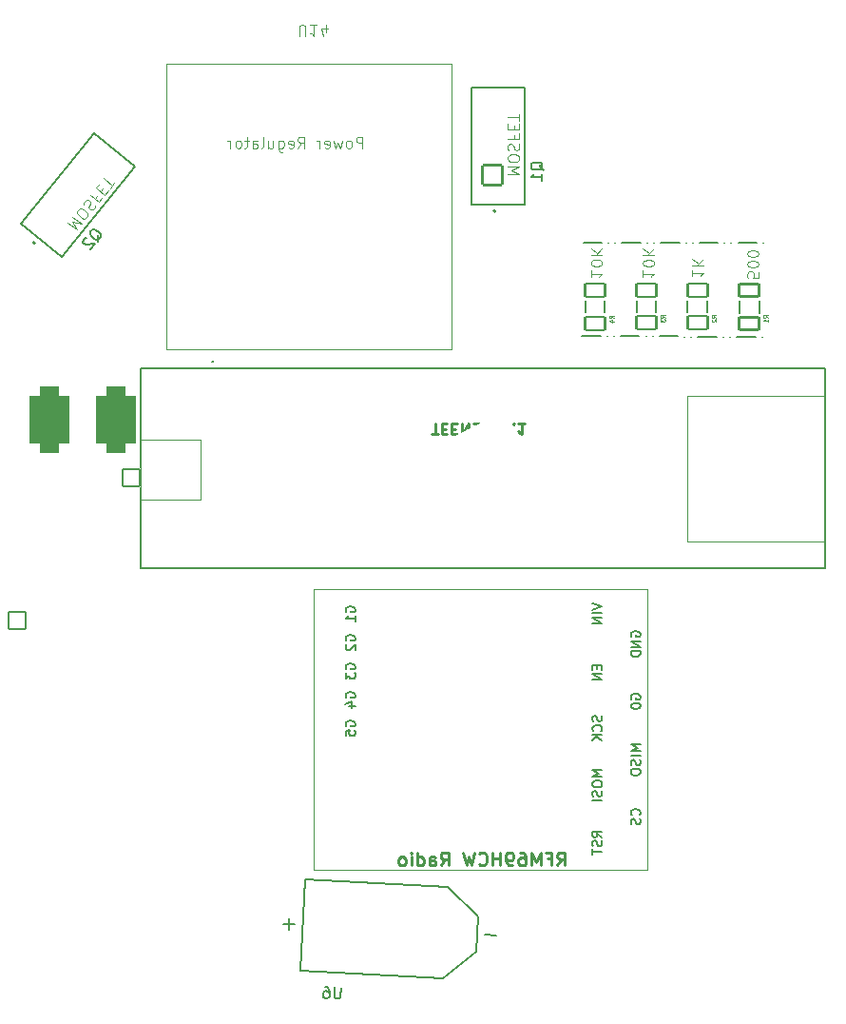
<source format=gbo>
%TF.GenerationSoftware,KiCad,Pcbnew,7.0.9*%
%TF.CreationDate,2024-01-17T22:54:14-05:00*%
%TF.ProjectId,payload24,7061796c-6f61-4643-9234-2e6b69636164,2*%
%TF.SameCoordinates,Original*%
%TF.FileFunction,Legend,Bot*%
%TF.FilePolarity,Positive*%
%FSLAX46Y46*%
G04 Gerber Fmt 4.6, Leading zero omitted, Abs format (unit mm)*
G04 Created by KiCad (PCBNEW 7.0.9) date 2024-01-17 22:54:14*
%MOMM*%
%LPD*%
G01*
G04 APERTURE LIST*
G04 Aperture macros list*
%AMRoundRect*
0 Rectangle with rounded corners*
0 $1 Rounding radius*
0 $2 $3 $4 $5 $6 $7 $8 $9 X,Y pos of 4 corners*
0 Add a 4 corners polygon primitive as box body*
4,1,4,$2,$3,$4,$5,$6,$7,$8,$9,$2,$3,0*
0 Add four circle primitives for the rounded corners*
1,1,$1+$1,$2,$3*
1,1,$1+$1,$4,$5*
1,1,$1+$1,$6,$7*
1,1,$1+$1,$8,$9*
0 Add four rect primitives between the rounded corners*
20,1,$1+$1,$2,$3,$4,$5,0*
20,1,$1+$1,$4,$5,$6,$7,0*
20,1,$1+$1,$6,$7,$8,$9,0*
20,1,$1+$1,$8,$9,$2,$3,0*%
G04 Aperture macros list end*
%ADD10C,0.150000*%
%ADD11C,0.100000*%
%ADD12C,0.098425*%
%ADD13C,0.152400*%
%ADD14C,0.223520*%
%ADD15C,0.254000*%
%ADD16C,0.250000*%
%ADD17C,0.127000*%
%ADD18C,0.200000*%
%ADD19C,1.879600*%
%ADD20C,3.101600*%
%ADD21C,1.905000*%
%ADD22RoundRect,0.875000X0.875000X-2.125000X0.875000X2.125000X-0.875000X2.125000X-0.875000X-2.125000X0*%
%ADD23C,6.204000*%
%ADD24RoundRect,0.102000X1.381269X4.011496X-4.011496X1.381269X-1.381269X-4.011496X4.011496X-1.381269X0*%
%ADD25RoundRect,0.102000X-0.754000X0.754000X-0.754000X-0.754000X0.754000X-0.754000X0.754000X0.754000X0*%
%ADD26C,1.712000*%
%ADD27C,2.032000*%
%ADD28RoundRect,0.102000X0.885000X-0.615000X0.885000X0.615000X-0.885000X0.615000X-0.885000X-0.615000X0*%
%ADD29C,1.300000*%
%ADD30RoundRect,0.102000X-3.152896X-2.838881X2.838881X-3.152896X3.152896X2.838881X-2.838881X3.152896X0*%
%ADD31RoundRect,0.102000X0.129717X-1.234174X1.234174X0.129717X-0.129717X1.234174X-1.234174X-0.129717X0*%
%ADD32C,1.959000*%
%ADD33C,1.665000*%
%ADD34RoundRect,0.102000X0.877500X-0.877500X0.877500X0.877500X-0.877500X0.877500X-0.877500X-0.877500X0*%
%ADD35RoundRect,0.102000X0.885000X-0.565000X0.885000X0.565000X-0.885000X0.565000X-0.885000X-0.565000X0*%
G04 APERTURE END LIST*
D10*
X79999638Y-46568585D02*
X81649638Y-46569739D01*
X82249637Y-46570159D02*
X82249637Y-46570159D01*
X82849637Y-46570578D02*
X82849637Y-46570578D01*
X83449637Y-46570998D02*
X85099637Y-46572152D01*
X85699637Y-46572571D02*
X85699637Y-46572571D01*
X86299636Y-46572991D02*
X86299636Y-46572991D01*
X86899636Y-46573411D02*
X88549636Y-46574565D01*
X89149636Y-46574984D02*
X89149636Y-46574984D01*
X89749636Y-46575404D02*
X89749636Y-46575404D01*
X90349635Y-46575824D02*
X91999635Y-46576977D01*
X92599635Y-46577397D02*
X92599635Y-46577397D01*
X93199635Y-46577817D02*
X93199635Y-46577817D01*
X93799635Y-46578236D02*
X95449634Y-46579390D01*
X96049634Y-46579810D02*
X96049634Y-46579810D01*
X80116762Y-38195473D02*
X81766762Y-38196627D01*
X82366761Y-38197047D02*
X82366761Y-38197047D01*
X82966761Y-38197466D02*
X82966761Y-38197466D01*
X83566761Y-38197886D02*
X85216761Y-38199040D01*
X85816761Y-38199459D02*
X85816761Y-38199459D01*
X86416760Y-38199879D02*
X86416760Y-38199879D01*
X87016760Y-38200299D02*
X88666760Y-38201453D01*
X89266760Y-38201872D02*
X89266760Y-38201872D01*
X89866760Y-38202292D02*
X89866760Y-38202292D01*
X90466759Y-38202712D02*
X92116759Y-38203865D01*
X92716759Y-38204285D02*
X92716759Y-38204285D01*
X93316759Y-38204705D02*
X93316759Y-38204705D01*
X93916759Y-38205124D02*
X95566758Y-38206278D01*
X96166758Y-38206698D02*
X96166758Y-38206698D01*
D11*
X54803169Y-19856859D02*
X54803169Y-19047336D01*
X54803169Y-19047336D02*
X54850788Y-18952098D01*
X54850788Y-18952098D02*
X54898407Y-18904479D01*
X54898407Y-18904479D02*
X54993645Y-18856859D01*
X54993645Y-18856859D02*
X55184121Y-18856859D01*
X55184121Y-18856859D02*
X55279359Y-18904479D01*
X55279359Y-18904479D02*
X55326978Y-18952098D01*
X55326978Y-18952098D02*
X55374597Y-19047336D01*
X55374597Y-19047336D02*
X55374597Y-19856859D01*
X56374597Y-18856859D02*
X55803169Y-18856859D01*
X56088883Y-18856859D02*
X56088883Y-19856859D01*
X56088883Y-19856859D02*
X55993645Y-19714002D01*
X55993645Y-19714002D02*
X55898407Y-19618764D01*
X55898407Y-19618764D02*
X55803169Y-19571145D01*
X57231740Y-19523526D02*
X57231740Y-18856859D01*
X56993645Y-19904479D02*
X56755550Y-19190193D01*
X56755550Y-19190193D02*
X57374597Y-19190193D01*
D12*
X87402782Y-44916643D02*
X87215306Y-44785409D01*
X87402782Y-44691671D02*
X87009081Y-44691671D01*
X87009081Y-44691671D02*
X87009081Y-44841652D01*
X87009081Y-44841652D02*
X87027829Y-44879148D01*
X87027829Y-44879148D02*
X87046577Y-44897895D01*
X87046577Y-44897895D02*
X87084072Y-44916643D01*
X87084072Y-44916643D02*
X87140315Y-44916643D01*
X87140315Y-44916643D02*
X87177810Y-44897895D01*
X87177810Y-44897895D02*
X87196558Y-44879148D01*
X87196558Y-44879148D02*
X87215306Y-44841652D01*
X87215306Y-44841652D02*
X87215306Y-44691671D01*
X87009081Y-45047877D02*
X87009081Y-45291596D01*
X87009081Y-45291596D02*
X87159063Y-45160363D01*
X87159063Y-45160363D02*
X87159063Y-45216606D01*
X87159063Y-45216606D02*
X87177810Y-45254101D01*
X87177810Y-45254101D02*
X87196558Y-45272849D01*
X87196558Y-45272849D02*
X87234053Y-45291596D01*
X87234053Y-45291596D02*
X87327792Y-45291596D01*
X87327792Y-45291596D02*
X87365287Y-45272849D01*
X87365287Y-45272849D02*
X87384035Y-45254101D01*
X87384035Y-45254101D02*
X87402782Y-45216606D01*
X87402782Y-45216606D02*
X87402782Y-45104120D01*
X87402782Y-45104120D02*
X87384035Y-45066624D01*
X87384035Y-45066624D02*
X87365287Y-45047877D01*
D11*
X85428107Y-40718518D02*
X85428107Y-41289946D01*
X85428107Y-41004232D02*
X86428107Y-41004232D01*
X86428107Y-41004232D02*
X86285250Y-41099470D01*
X86285250Y-41099470D02*
X86190012Y-41194708D01*
X86190012Y-41194708D02*
X86142393Y-41289946D01*
X86428107Y-40099470D02*
X86428107Y-40004232D01*
X86428107Y-40004232D02*
X86380488Y-39908994D01*
X86380488Y-39908994D02*
X86332869Y-39861375D01*
X86332869Y-39861375D02*
X86237631Y-39813756D01*
X86237631Y-39813756D02*
X86047155Y-39766137D01*
X86047155Y-39766137D02*
X85809060Y-39766137D01*
X85809060Y-39766137D02*
X85618584Y-39813756D01*
X85618584Y-39813756D02*
X85523346Y-39861375D01*
X85523346Y-39861375D02*
X85475727Y-39908994D01*
X85475727Y-39908994D02*
X85428107Y-40004232D01*
X85428107Y-40004232D02*
X85428107Y-40099470D01*
X85428107Y-40099470D02*
X85475727Y-40194708D01*
X85475727Y-40194708D02*
X85523346Y-40242327D01*
X85523346Y-40242327D02*
X85618584Y-40289946D01*
X85618584Y-40289946D02*
X85809060Y-40337565D01*
X85809060Y-40337565D02*
X86047155Y-40337565D01*
X86047155Y-40337565D02*
X86237631Y-40289946D01*
X86237631Y-40289946D02*
X86332869Y-40242327D01*
X86332869Y-40242327D02*
X86380488Y-40194708D01*
X86380488Y-40194708D02*
X86428107Y-40099470D01*
X85428107Y-39337565D02*
X86428107Y-39337565D01*
X85428107Y-38766137D02*
X85999536Y-39194708D01*
X86428107Y-38766137D02*
X85856679Y-39337565D01*
D13*
X58990694Y-81245966D02*
X58949570Y-81163719D01*
X58949570Y-81163719D02*
X58949570Y-81040347D01*
X58949570Y-81040347D02*
X58990694Y-80916976D01*
X58990694Y-80916976D02*
X59072942Y-80834728D01*
X59072942Y-80834728D02*
X59155189Y-80793605D01*
X59155189Y-80793605D02*
X59319685Y-80752481D01*
X59319685Y-80752481D02*
X59443056Y-80752481D01*
X59443056Y-80752481D02*
X59607551Y-80793605D01*
X59607551Y-80793605D02*
X59689799Y-80834728D01*
X59689799Y-80834728D02*
X59772047Y-80916976D01*
X59772047Y-80916976D02*
X59813170Y-81040347D01*
X59813170Y-81040347D02*
X59813170Y-81122595D01*
X59813170Y-81122595D02*
X59772047Y-81245966D01*
X59772047Y-81245966D02*
X59730923Y-81287090D01*
X59730923Y-81287090D02*
X59443056Y-81287090D01*
X59443056Y-81287090D02*
X59443056Y-81122595D01*
X58949570Y-82068443D02*
X58949570Y-81657205D01*
X58949570Y-81657205D02*
X59360808Y-81616081D01*
X59360808Y-81616081D02*
X59319685Y-81657205D01*
X59319685Y-81657205D02*
X59278561Y-81739452D01*
X59278561Y-81739452D02*
X59278561Y-81945071D01*
X59278561Y-81945071D02*
X59319685Y-82027319D01*
X59319685Y-82027319D02*
X59360808Y-82068443D01*
X59360808Y-82068443D02*
X59443056Y-82109566D01*
X59443056Y-82109566D02*
X59648675Y-82109566D01*
X59648675Y-82109566D02*
X59730923Y-82068443D01*
X59730923Y-82068443D02*
X59772047Y-82027319D01*
X59772047Y-82027319D02*
X59813170Y-81945071D01*
X59813170Y-81945071D02*
X59813170Y-81739452D01*
X59813170Y-81739452D02*
X59772047Y-81657205D01*
X59772047Y-81657205D02*
X59730923Y-81616081D01*
X58990694Y-78705966D02*
X58949570Y-78623719D01*
X58949570Y-78623719D02*
X58949570Y-78500347D01*
X58949570Y-78500347D02*
X58990694Y-78376976D01*
X58990694Y-78376976D02*
X59072942Y-78294728D01*
X59072942Y-78294728D02*
X59155189Y-78253605D01*
X59155189Y-78253605D02*
X59319685Y-78212481D01*
X59319685Y-78212481D02*
X59443056Y-78212481D01*
X59443056Y-78212481D02*
X59607551Y-78253605D01*
X59607551Y-78253605D02*
X59689799Y-78294728D01*
X59689799Y-78294728D02*
X59772047Y-78376976D01*
X59772047Y-78376976D02*
X59813170Y-78500347D01*
X59813170Y-78500347D02*
X59813170Y-78582595D01*
X59813170Y-78582595D02*
X59772047Y-78705966D01*
X59772047Y-78705966D02*
X59730923Y-78747090D01*
X59730923Y-78747090D02*
X59443056Y-78747090D01*
X59443056Y-78747090D02*
X59443056Y-78582595D01*
X59237437Y-79487319D02*
X59813170Y-79487319D01*
X58908447Y-79281700D02*
X59525304Y-79076081D01*
X59525304Y-79076081D02*
X59525304Y-79610690D01*
X58990695Y-76165966D02*
X58949571Y-76083719D01*
X58949571Y-76083719D02*
X58949571Y-75960347D01*
X58949571Y-75960347D02*
X58990695Y-75836976D01*
X58990695Y-75836976D02*
X59072943Y-75754728D01*
X59072943Y-75754728D02*
X59155190Y-75713605D01*
X59155190Y-75713605D02*
X59319686Y-75672481D01*
X59319686Y-75672481D02*
X59443057Y-75672481D01*
X59443057Y-75672481D02*
X59607552Y-75713605D01*
X59607552Y-75713605D02*
X59689800Y-75754728D01*
X59689800Y-75754728D02*
X59772048Y-75836976D01*
X59772048Y-75836976D02*
X59813171Y-75960347D01*
X59813171Y-75960347D02*
X59813171Y-76042595D01*
X59813171Y-76042595D02*
X59772048Y-76165966D01*
X59772048Y-76165966D02*
X59730924Y-76207090D01*
X59730924Y-76207090D02*
X59443057Y-76207090D01*
X59443057Y-76207090D02*
X59443057Y-76042595D01*
X58949571Y-76494957D02*
X58949571Y-77029566D01*
X58949571Y-77029566D02*
X59278562Y-76741700D01*
X59278562Y-76741700D02*
X59278562Y-76865071D01*
X59278562Y-76865071D02*
X59319686Y-76947319D01*
X59319686Y-76947319D02*
X59360809Y-76988443D01*
X59360809Y-76988443D02*
X59443057Y-77029566D01*
X59443057Y-77029566D02*
X59648676Y-77029566D01*
X59648676Y-77029566D02*
X59730924Y-76988443D01*
X59730924Y-76988443D02*
X59772048Y-76947319D01*
X59772048Y-76947319D02*
X59813171Y-76865071D01*
X59813171Y-76865071D02*
X59813171Y-76618328D01*
X59813171Y-76618328D02*
X59772048Y-76536081D01*
X59772048Y-76536081D02*
X59730924Y-76494957D01*
D14*
X77811178Y-93646275D02*
X78202338Y-93087475D01*
X78481738Y-93646275D02*
X78481738Y-92472795D01*
X78481738Y-92472795D02*
X78034698Y-92472795D01*
X78034698Y-92472795D02*
X77922938Y-92528675D01*
X77922938Y-92528675D02*
X77867058Y-92584555D01*
X77867058Y-92584555D02*
X77811178Y-92696315D01*
X77811178Y-92696315D02*
X77811178Y-92863955D01*
X77811178Y-92863955D02*
X77867058Y-92975715D01*
X77867058Y-92975715D02*
X77922938Y-93031595D01*
X77922938Y-93031595D02*
X78034698Y-93087475D01*
X78034698Y-93087475D02*
X78481738Y-93087475D01*
X76917098Y-93031595D02*
X77308258Y-93031595D01*
X77308258Y-93646275D02*
X77308258Y-92472795D01*
X77308258Y-92472795D02*
X76749458Y-92472795D01*
X76302418Y-93646275D02*
X76302418Y-92472795D01*
X76302418Y-92472795D02*
X75911258Y-93310995D01*
X75911258Y-93310995D02*
X75520098Y-92472795D01*
X75520098Y-92472795D02*
X75520098Y-93646275D01*
X74458378Y-92472795D02*
X74681898Y-92472795D01*
X74681898Y-92472795D02*
X74793658Y-92528675D01*
X74793658Y-92528675D02*
X74849538Y-92584555D01*
X74849538Y-92584555D02*
X74961298Y-92752195D01*
X74961298Y-92752195D02*
X75017178Y-92975715D01*
X75017178Y-92975715D02*
X75017178Y-93422755D01*
X75017178Y-93422755D02*
X74961298Y-93534515D01*
X74961298Y-93534515D02*
X74905418Y-93590395D01*
X74905418Y-93590395D02*
X74793658Y-93646275D01*
X74793658Y-93646275D02*
X74570138Y-93646275D01*
X74570138Y-93646275D02*
X74458378Y-93590395D01*
X74458378Y-93590395D02*
X74402498Y-93534515D01*
X74402498Y-93534515D02*
X74346618Y-93422755D01*
X74346618Y-93422755D02*
X74346618Y-93143355D01*
X74346618Y-93143355D02*
X74402498Y-93031595D01*
X74402498Y-93031595D02*
X74458378Y-92975715D01*
X74458378Y-92975715D02*
X74570138Y-92919835D01*
X74570138Y-92919835D02*
X74793658Y-92919835D01*
X74793658Y-92919835D02*
X74905418Y-92975715D01*
X74905418Y-92975715D02*
X74961298Y-93031595D01*
X74961298Y-93031595D02*
X75017178Y-93143355D01*
X73787818Y-93646275D02*
X73564298Y-93646275D01*
X73564298Y-93646275D02*
X73452538Y-93590395D01*
X73452538Y-93590395D02*
X73396658Y-93534515D01*
X73396658Y-93534515D02*
X73284898Y-93366875D01*
X73284898Y-93366875D02*
X73229018Y-93143355D01*
X73229018Y-93143355D02*
X73229018Y-92696315D01*
X73229018Y-92696315D02*
X73284898Y-92584555D01*
X73284898Y-92584555D02*
X73340778Y-92528675D01*
X73340778Y-92528675D02*
X73452538Y-92472795D01*
X73452538Y-92472795D02*
X73676058Y-92472795D01*
X73676058Y-92472795D02*
X73787818Y-92528675D01*
X73787818Y-92528675D02*
X73843698Y-92584555D01*
X73843698Y-92584555D02*
X73899578Y-92696315D01*
X73899578Y-92696315D02*
X73899578Y-92975715D01*
X73899578Y-92975715D02*
X73843698Y-93087475D01*
X73843698Y-93087475D02*
X73787818Y-93143355D01*
X73787818Y-93143355D02*
X73676058Y-93199235D01*
X73676058Y-93199235D02*
X73452538Y-93199235D01*
X73452538Y-93199235D02*
X73340778Y-93143355D01*
X73340778Y-93143355D02*
X73284898Y-93087475D01*
X73284898Y-93087475D02*
X73229018Y-92975715D01*
X72726098Y-93646275D02*
X72726098Y-92472795D01*
X72726098Y-93031595D02*
X72055538Y-93031595D01*
X72055538Y-93646275D02*
X72055538Y-92472795D01*
X70826178Y-93534515D02*
X70882058Y-93590395D01*
X70882058Y-93590395D02*
X71049698Y-93646275D01*
X71049698Y-93646275D02*
X71161458Y-93646275D01*
X71161458Y-93646275D02*
X71329098Y-93590395D01*
X71329098Y-93590395D02*
X71440858Y-93478635D01*
X71440858Y-93478635D02*
X71496738Y-93366875D01*
X71496738Y-93366875D02*
X71552618Y-93143355D01*
X71552618Y-93143355D02*
X71552618Y-92975715D01*
X71552618Y-92975715D02*
X71496738Y-92752195D01*
X71496738Y-92752195D02*
X71440858Y-92640435D01*
X71440858Y-92640435D02*
X71329098Y-92528675D01*
X71329098Y-92528675D02*
X71161458Y-92472795D01*
X71161458Y-92472795D02*
X71049698Y-92472795D01*
X71049698Y-92472795D02*
X70882058Y-92528675D01*
X70882058Y-92528675D02*
X70826178Y-92584555D01*
X70435018Y-92472795D02*
X70155618Y-93646275D01*
X70155618Y-93646275D02*
X69932098Y-92808075D01*
X69932098Y-92808075D02*
X69708578Y-93646275D01*
X69708578Y-93646275D02*
X69429178Y-92472795D01*
X67417498Y-93646275D02*
X67808658Y-93087475D01*
X68088058Y-93646275D02*
X68088058Y-92472795D01*
X68088058Y-92472795D02*
X67641018Y-92472795D01*
X67641018Y-92472795D02*
X67529258Y-92528675D01*
X67529258Y-92528675D02*
X67473378Y-92584555D01*
X67473378Y-92584555D02*
X67417498Y-92696315D01*
X67417498Y-92696315D02*
X67417498Y-92863955D01*
X67417498Y-92863955D02*
X67473378Y-92975715D01*
X67473378Y-92975715D02*
X67529258Y-93031595D01*
X67529258Y-93031595D02*
X67641018Y-93087475D01*
X67641018Y-93087475D02*
X68088058Y-93087475D01*
X66411658Y-93646275D02*
X66411658Y-93031595D01*
X66411658Y-93031595D02*
X66467538Y-92919835D01*
X66467538Y-92919835D02*
X66579298Y-92863955D01*
X66579298Y-92863955D02*
X66802818Y-92863955D01*
X66802818Y-92863955D02*
X66914578Y-92919835D01*
X66411658Y-93590395D02*
X66523418Y-93646275D01*
X66523418Y-93646275D02*
X66802818Y-93646275D01*
X66802818Y-93646275D02*
X66914578Y-93590395D01*
X66914578Y-93590395D02*
X66970458Y-93478635D01*
X66970458Y-93478635D02*
X66970458Y-93366875D01*
X66970458Y-93366875D02*
X66914578Y-93255115D01*
X66914578Y-93255115D02*
X66802818Y-93199235D01*
X66802818Y-93199235D02*
X66523418Y-93199235D01*
X66523418Y-93199235D02*
X66411658Y-93143355D01*
X65349938Y-93646275D02*
X65349938Y-92472795D01*
X65349938Y-93590395D02*
X65461698Y-93646275D01*
X65461698Y-93646275D02*
X65685218Y-93646275D01*
X65685218Y-93646275D02*
X65796978Y-93590395D01*
X65796978Y-93590395D02*
X65852858Y-93534515D01*
X65852858Y-93534515D02*
X65908738Y-93422755D01*
X65908738Y-93422755D02*
X65908738Y-93087475D01*
X65908738Y-93087475D02*
X65852858Y-92975715D01*
X65852858Y-92975715D02*
X65796978Y-92919835D01*
X65796978Y-92919835D02*
X65685218Y-92863955D01*
X65685218Y-92863955D02*
X65461698Y-92863955D01*
X65461698Y-92863955D02*
X65349938Y-92919835D01*
X64791138Y-93646275D02*
X64791138Y-92863955D01*
X64791138Y-92472795D02*
X64847018Y-92528675D01*
X64847018Y-92528675D02*
X64791138Y-92584555D01*
X64791138Y-92584555D02*
X64735258Y-92528675D01*
X64735258Y-92528675D02*
X64791138Y-92472795D01*
X64791138Y-92472795D02*
X64791138Y-92584555D01*
X64064698Y-93646275D02*
X64176458Y-93590395D01*
X64176458Y-93590395D02*
X64232338Y-93534515D01*
X64232338Y-93534515D02*
X64288218Y-93422755D01*
X64288218Y-93422755D02*
X64288218Y-93087475D01*
X64288218Y-93087475D02*
X64232338Y-92975715D01*
X64232338Y-92975715D02*
X64176458Y-92919835D01*
X64176458Y-92919835D02*
X64064698Y-92863955D01*
X64064698Y-92863955D02*
X63897058Y-92863955D01*
X63897058Y-92863955D02*
X63785298Y-92919835D01*
X63785298Y-92919835D02*
X63729418Y-92975715D01*
X63729418Y-92975715D02*
X63673538Y-93087475D01*
X63673538Y-93087475D02*
X63673538Y-93422755D01*
X63673538Y-93422755D02*
X63729418Y-93534515D01*
X63729418Y-93534515D02*
X63785298Y-93590395D01*
X63785298Y-93590395D02*
X63897058Y-93646275D01*
X63897058Y-93646275D02*
X64064698Y-93646275D01*
D13*
X85130923Y-89161090D02*
X85172047Y-89119966D01*
X85172047Y-89119966D02*
X85213170Y-88996595D01*
X85213170Y-88996595D02*
X85213170Y-88914347D01*
X85213170Y-88914347D02*
X85172047Y-88790976D01*
X85172047Y-88790976D02*
X85089799Y-88708728D01*
X85089799Y-88708728D02*
X85007551Y-88667605D01*
X85007551Y-88667605D02*
X84843056Y-88626481D01*
X84843056Y-88626481D02*
X84719685Y-88626481D01*
X84719685Y-88626481D02*
X84555189Y-88667605D01*
X84555189Y-88667605D02*
X84472942Y-88708728D01*
X84472942Y-88708728D02*
X84390694Y-88790976D01*
X84390694Y-88790976D02*
X84349570Y-88914347D01*
X84349570Y-88914347D02*
X84349570Y-88996595D01*
X84349570Y-88996595D02*
X84390694Y-89119966D01*
X84390694Y-89119966D02*
X84431818Y-89161090D01*
X85172047Y-89490081D02*
X85213170Y-89613452D01*
X85213170Y-89613452D02*
X85213170Y-89819071D01*
X85213170Y-89819071D02*
X85172047Y-89901319D01*
X85172047Y-89901319D02*
X85130923Y-89942443D01*
X85130923Y-89942443D02*
X85048675Y-89983566D01*
X85048675Y-89983566D02*
X84966427Y-89983566D01*
X84966427Y-89983566D02*
X84884180Y-89942443D01*
X84884180Y-89942443D02*
X84843056Y-89901319D01*
X84843056Y-89901319D02*
X84801932Y-89819071D01*
X84801932Y-89819071D02*
X84760808Y-89654576D01*
X84760808Y-89654576D02*
X84719685Y-89572328D01*
X84719685Y-89572328D02*
X84678561Y-89531205D01*
X84678561Y-89531205D02*
X84596313Y-89490081D01*
X84596313Y-89490081D02*
X84514066Y-89490081D01*
X84514066Y-89490081D02*
X84431818Y-89531205D01*
X84431818Y-89531205D02*
X84390694Y-89572328D01*
X84390694Y-89572328D02*
X84349570Y-89654576D01*
X84349570Y-89654576D02*
X84349570Y-89860195D01*
X84349570Y-89860195D02*
X84390694Y-89983566D01*
X81784170Y-85153939D02*
X80920570Y-85153939D01*
X80920570Y-85153939D02*
X81537427Y-85441805D01*
X81537427Y-85441805D02*
X80920570Y-85729672D01*
X80920570Y-85729672D02*
X81784170Y-85729672D01*
X80920570Y-86305405D02*
X80920570Y-86469900D01*
X80920570Y-86469900D02*
X80961694Y-86552148D01*
X80961694Y-86552148D02*
X81043942Y-86634395D01*
X81043942Y-86634395D02*
X81208437Y-86675519D01*
X81208437Y-86675519D02*
X81496304Y-86675519D01*
X81496304Y-86675519D02*
X81660799Y-86634395D01*
X81660799Y-86634395D02*
X81743047Y-86552148D01*
X81743047Y-86552148D02*
X81784170Y-86469900D01*
X81784170Y-86469900D02*
X81784170Y-86305405D01*
X81784170Y-86305405D02*
X81743047Y-86223157D01*
X81743047Y-86223157D02*
X81660799Y-86140910D01*
X81660799Y-86140910D02*
X81496304Y-86099786D01*
X81496304Y-86099786D02*
X81208437Y-86099786D01*
X81208437Y-86099786D02*
X81043942Y-86140910D01*
X81043942Y-86140910D02*
X80961694Y-86223157D01*
X80961694Y-86223157D02*
X80920570Y-86305405D01*
X81743047Y-87004510D02*
X81784170Y-87127881D01*
X81784170Y-87127881D02*
X81784170Y-87333500D01*
X81784170Y-87333500D02*
X81743047Y-87415748D01*
X81743047Y-87415748D02*
X81701923Y-87456872D01*
X81701923Y-87456872D02*
X81619675Y-87497995D01*
X81619675Y-87497995D02*
X81537427Y-87497995D01*
X81537427Y-87497995D02*
X81455180Y-87456872D01*
X81455180Y-87456872D02*
X81414056Y-87415748D01*
X81414056Y-87415748D02*
X81372932Y-87333500D01*
X81372932Y-87333500D02*
X81331808Y-87169005D01*
X81331808Y-87169005D02*
X81290685Y-87086757D01*
X81290685Y-87086757D02*
X81249561Y-87045634D01*
X81249561Y-87045634D02*
X81167313Y-87004510D01*
X81167313Y-87004510D02*
X81085066Y-87004510D01*
X81085066Y-87004510D02*
X81002818Y-87045634D01*
X81002818Y-87045634D02*
X80961694Y-87086757D01*
X80961694Y-87086757D02*
X80920570Y-87169005D01*
X80920570Y-87169005D02*
X80920570Y-87374624D01*
X80920570Y-87374624D02*
X80961694Y-87497995D01*
X81784170Y-87868110D02*
X80920570Y-87868110D01*
X81743047Y-80320681D02*
X81784170Y-80444052D01*
X81784170Y-80444052D02*
X81784170Y-80649671D01*
X81784170Y-80649671D02*
X81743047Y-80731919D01*
X81743047Y-80731919D02*
X81701923Y-80773043D01*
X81701923Y-80773043D02*
X81619675Y-80814166D01*
X81619675Y-80814166D02*
X81537427Y-80814166D01*
X81537427Y-80814166D02*
X81455180Y-80773043D01*
X81455180Y-80773043D02*
X81414056Y-80731919D01*
X81414056Y-80731919D02*
X81372932Y-80649671D01*
X81372932Y-80649671D02*
X81331808Y-80485176D01*
X81331808Y-80485176D02*
X81290685Y-80402928D01*
X81290685Y-80402928D02*
X81249561Y-80361805D01*
X81249561Y-80361805D02*
X81167313Y-80320681D01*
X81167313Y-80320681D02*
X81085066Y-80320681D01*
X81085066Y-80320681D02*
X81002818Y-80361805D01*
X81002818Y-80361805D02*
X80961694Y-80402928D01*
X80961694Y-80402928D02*
X80920570Y-80485176D01*
X80920570Y-80485176D02*
X80920570Y-80690795D01*
X80920570Y-80690795D02*
X80961694Y-80814166D01*
X81701923Y-81677766D02*
X81743047Y-81636642D01*
X81743047Y-81636642D02*
X81784170Y-81513271D01*
X81784170Y-81513271D02*
X81784170Y-81431023D01*
X81784170Y-81431023D02*
X81743047Y-81307652D01*
X81743047Y-81307652D02*
X81660799Y-81225404D01*
X81660799Y-81225404D02*
X81578551Y-81184281D01*
X81578551Y-81184281D02*
X81414056Y-81143157D01*
X81414056Y-81143157D02*
X81290685Y-81143157D01*
X81290685Y-81143157D02*
X81126189Y-81184281D01*
X81126189Y-81184281D02*
X81043942Y-81225404D01*
X81043942Y-81225404D02*
X80961694Y-81307652D01*
X80961694Y-81307652D02*
X80920570Y-81431023D01*
X80920570Y-81431023D02*
X80920570Y-81513271D01*
X80920570Y-81513271D02*
X80961694Y-81636642D01*
X80961694Y-81636642D02*
X81002818Y-81677766D01*
X81784170Y-82047881D02*
X80920570Y-82047881D01*
X81784170Y-82541366D02*
X81290685Y-82171252D01*
X80920570Y-82541366D02*
X81414056Y-82047881D01*
X58990694Y-73625966D02*
X58949570Y-73543719D01*
X58949570Y-73543719D02*
X58949570Y-73420347D01*
X58949570Y-73420347D02*
X58990694Y-73296976D01*
X58990694Y-73296976D02*
X59072942Y-73214728D01*
X59072942Y-73214728D02*
X59155189Y-73173605D01*
X59155189Y-73173605D02*
X59319685Y-73132481D01*
X59319685Y-73132481D02*
X59443056Y-73132481D01*
X59443056Y-73132481D02*
X59607551Y-73173605D01*
X59607551Y-73173605D02*
X59689799Y-73214728D01*
X59689799Y-73214728D02*
X59772047Y-73296976D01*
X59772047Y-73296976D02*
X59813170Y-73420347D01*
X59813170Y-73420347D02*
X59813170Y-73502595D01*
X59813170Y-73502595D02*
X59772047Y-73625966D01*
X59772047Y-73625966D02*
X59730923Y-73667090D01*
X59730923Y-73667090D02*
X59443056Y-73667090D01*
X59443056Y-73667090D02*
X59443056Y-73502595D01*
X59031818Y-73996081D02*
X58990694Y-74037205D01*
X58990694Y-74037205D02*
X58949570Y-74119452D01*
X58949570Y-74119452D02*
X58949570Y-74325071D01*
X58949570Y-74325071D02*
X58990694Y-74407319D01*
X58990694Y-74407319D02*
X59031818Y-74448443D01*
X59031818Y-74448443D02*
X59114066Y-74489566D01*
X59114066Y-74489566D02*
X59196313Y-74489566D01*
X59196313Y-74489566D02*
X59319685Y-74448443D01*
X59319685Y-74448443D02*
X59813170Y-73954957D01*
X59813170Y-73954957D02*
X59813170Y-74489566D01*
X84390694Y-78832966D02*
X84349570Y-78750719D01*
X84349570Y-78750719D02*
X84349570Y-78627347D01*
X84349570Y-78627347D02*
X84390694Y-78503976D01*
X84390694Y-78503976D02*
X84472942Y-78421728D01*
X84472942Y-78421728D02*
X84555189Y-78380605D01*
X84555189Y-78380605D02*
X84719685Y-78339481D01*
X84719685Y-78339481D02*
X84843056Y-78339481D01*
X84843056Y-78339481D02*
X85007551Y-78380605D01*
X85007551Y-78380605D02*
X85089799Y-78421728D01*
X85089799Y-78421728D02*
X85172047Y-78503976D01*
X85172047Y-78503976D02*
X85213170Y-78627347D01*
X85213170Y-78627347D02*
X85213170Y-78709595D01*
X85213170Y-78709595D02*
X85172047Y-78832966D01*
X85172047Y-78832966D02*
X85130923Y-78874090D01*
X85130923Y-78874090D02*
X84843056Y-78874090D01*
X84843056Y-78874090D02*
X84843056Y-78709595D01*
X84349570Y-79408700D02*
X84349570Y-79490947D01*
X84349570Y-79490947D02*
X84390694Y-79573195D01*
X84390694Y-79573195D02*
X84431818Y-79614319D01*
X84431818Y-79614319D02*
X84514066Y-79655443D01*
X84514066Y-79655443D02*
X84678561Y-79696566D01*
X84678561Y-79696566D02*
X84884180Y-79696566D01*
X84884180Y-79696566D02*
X85048675Y-79655443D01*
X85048675Y-79655443D02*
X85130923Y-79614319D01*
X85130923Y-79614319D02*
X85172047Y-79573195D01*
X85172047Y-79573195D02*
X85213170Y-79490947D01*
X85213170Y-79490947D02*
X85213170Y-79408700D01*
X85213170Y-79408700D02*
X85172047Y-79326452D01*
X85172047Y-79326452D02*
X85130923Y-79285328D01*
X85130923Y-79285328D02*
X85048675Y-79244205D01*
X85048675Y-79244205D02*
X84884180Y-79203081D01*
X84884180Y-79203081D02*
X84678561Y-79203081D01*
X84678561Y-79203081D02*
X84514066Y-79244205D01*
X84514066Y-79244205D02*
X84431818Y-79285328D01*
X84431818Y-79285328D02*
X84390694Y-79326452D01*
X84390694Y-79326452D02*
X84349570Y-79408700D01*
X81784170Y-91118100D02*
X81372932Y-90830234D01*
X81784170Y-90624615D02*
X80920570Y-90624615D01*
X80920570Y-90624615D02*
X80920570Y-90953605D01*
X80920570Y-90953605D02*
X80961694Y-91035853D01*
X80961694Y-91035853D02*
X81002818Y-91076976D01*
X81002818Y-91076976D02*
X81085066Y-91118100D01*
X81085066Y-91118100D02*
X81208437Y-91118100D01*
X81208437Y-91118100D02*
X81290685Y-91076976D01*
X81290685Y-91076976D02*
X81331808Y-91035853D01*
X81331808Y-91035853D02*
X81372932Y-90953605D01*
X81372932Y-90953605D02*
X81372932Y-90624615D01*
X81743047Y-91447091D02*
X81784170Y-91570462D01*
X81784170Y-91570462D02*
X81784170Y-91776081D01*
X81784170Y-91776081D02*
X81743047Y-91858329D01*
X81743047Y-91858329D02*
X81701923Y-91899453D01*
X81701923Y-91899453D02*
X81619675Y-91940576D01*
X81619675Y-91940576D02*
X81537427Y-91940576D01*
X81537427Y-91940576D02*
X81455180Y-91899453D01*
X81455180Y-91899453D02*
X81414056Y-91858329D01*
X81414056Y-91858329D02*
X81372932Y-91776081D01*
X81372932Y-91776081D02*
X81331808Y-91611586D01*
X81331808Y-91611586D02*
X81290685Y-91529338D01*
X81290685Y-91529338D02*
X81249561Y-91488215D01*
X81249561Y-91488215D02*
X81167313Y-91447091D01*
X81167313Y-91447091D02*
X81085066Y-91447091D01*
X81085066Y-91447091D02*
X81002818Y-91488215D01*
X81002818Y-91488215D02*
X80961694Y-91529338D01*
X80961694Y-91529338D02*
X80920570Y-91611586D01*
X80920570Y-91611586D02*
X80920570Y-91817205D01*
X80920570Y-91817205D02*
X80961694Y-91940576D01*
X80920570Y-92187319D02*
X80920570Y-92680805D01*
X81784170Y-92434062D02*
X80920570Y-92434062D01*
X84390693Y-73280042D02*
X84349569Y-73197795D01*
X84349569Y-73197795D02*
X84349569Y-73074423D01*
X84349569Y-73074423D02*
X84390693Y-72951052D01*
X84390693Y-72951052D02*
X84472941Y-72868804D01*
X84472941Y-72868804D02*
X84555188Y-72827681D01*
X84555188Y-72827681D02*
X84719684Y-72786557D01*
X84719684Y-72786557D02*
X84843055Y-72786557D01*
X84843055Y-72786557D02*
X85007550Y-72827681D01*
X85007550Y-72827681D02*
X85089798Y-72868804D01*
X85089798Y-72868804D02*
X85172046Y-72951052D01*
X85172046Y-72951052D02*
X85213169Y-73074423D01*
X85213169Y-73074423D02*
X85213169Y-73156671D01*
X85213169Y-73156671D02*
X85172046Y-73280042D01*
X85172046Y-73280042D02*
X85130922Y-73321166D01*
X85130922Y-73321166D02*
X84843055Y-73321166D01*
X84843055Y-73321166D02*
X84843055Y-73156671D01*
X85213169Y-73691281D02*
X84349569Y-73691281D01*
X84349569Y-73691281D02*
X85213169Y-74184766D01*
X85213169Y-74184766D02*
X84349569Y-74184766D01*
X85213169Y-74596005D02*
X84349569Y-74596005D01*
X84349569Y-74596005D02*
X84349569Y-74801624D01*
X84349569Y-74801624D02*
X84390693Y-74924995D01*
X84390693Y-74924995D02*
X84472941Y-75007243D01*
X84472941Y-75007243D02*
X84555188Y-75048366D01*
X84555188Y-75048366D02*
X84719684Y-75089490D01*
X84719684Y-75089490D02*
X84843055Y-75089490D01*
X84843055Y-75089490D02*
X85007550Y-75048366D01*
X85007550Y-75048366D02*
X85089798Y-75007243D01*
X85089798Y-75007243D02*
X85172046Y-74924995D01*
X85172046Y-74924995D02*
X85213169Y-74801624D01*
X85213169Y-74801624D02*
X85213169Y-74596005D01*
X58990694Y-71085966D02*
X58949570Y-71003719D01*
X58949570Y-71003719D02*
X58949570Y-70880347D01*
X58949570Y-70880347D02*
X58990694Y-70756976D01*
X58990694Y-70756976D02*
X59072942Y-70674728D01*
X59072942Y-70674728D02*
X59155189Y-70633605D01*
X59155189Y-70633605D02*
X59319685Y-70592481D01*
X59319685Y-70592481D02*
X59443056Y-70592481D01*
X59443056Y-70592481D02*
X59607551Y-70633605D01*
X59607551Y-70633605D02*
X59689799Y-70674728D01*
X59689799Y-70674728D02*
X59772047Y-70756976D01*
X59772047Y-70756976D02*
X59813170Y-70880347D01*
X59813170Y-70880347D02*
X59813170Y-70962595D01*
X59813170Y-70962595D02*
X59772047Y-71085966D01*
X59772047Y-71085966D02*
X59730923Y-71127090D01*
X59730923Y-71127090D02*
X59443056Y-71127090D01*
X59443056Y-71127090D02*
X59443056Y-70962595D01*
X59813170Y-71949566D02*
X59813170Y-71456081D01*
X59813170Y-71702824D02*
X58949570Y-71702824D01*
X58949570Y-71702824D02*
X59072942Y-71620576D01*
X59072942Y-71620576D02*
X59155189Y-71538328D01*
X59155189Y-71538328D02*
X59196313Y-71456081D01*
X80920570Y-70325176D02*
X81784170Y-70613043D01*
X81784170Y-70613043D02*
X80920570Y-70900909D01*
X81784170Y-71188777D02*
X80920570Y-71188777D01*
X81784170Y-71600015D02*
X80920570Y-71600015D01*
X80920570Y-71600015D02*
X81784170Y-72093500D01*
X81784170Y-72093500D02*
X80920570Y-72093500D01*
X81331808Y-75840605D02*
X81331808Y-76128471D01*
X81784170Y-76251843D02*
X81784170Y-75840605D01*
X81784170Y-75840605D02*
X80920570Y-75840605D01*
X80920570Y-75840605D02*
X80920570Y-76251843D01*
X81784170Y-76621957D02*
X80920570Y-76621957D01*
X80920570Y-76621957D02*
X81784170Y-77115442D01*
X81784170Y-77115442D02*
X80920570Y-77115442D01*
X85213170Y-82867940D02*
X84349570Y-82867940D01*
X84349570Y-82867940D02*
X84966427Y-83155806D01*
X84966427Y-83155806D02*
X84349570Y-83443673D01*
X84349570Y-83443673D02*
X85213170Y-83443673D01*
X85213170Y-83854911D02*
X84349570Y-83854911D01*
X85172047Y-84225025D02*
X85213170Y-84348396D01*
X85213170Y-84348396D02*
X85213170Y-84554015D01*
X85213170Y-84554015D02*
X85172047Y-84636263D01*
X85172047Y-84636263D02*
X85130923Y-84677387D01*
X85130923Y-84677387D02*
X85048675Y-84718510D01*
X85048675Y-84718510D02*
X84966427Y-84718510D01*
X84966427Y-84718510D02*
X84884180Y-84677387D01*
X84884180Y-84677387D02*
X84843056Y-84636263D01*
X84843056Y-84636263D02*
X84801932Y-84554015D01*
X84801932Y-84554015D02*
X84760808Y-84389520D01*
X84760808Y-84389520D02*
X84719685Y-84307272D01*
X84719685Y-84307272D02*
X84678561Y-84266149D01*
X84678561Y-84266149D02*
X84596313Y-84225025D01*
X84596313Y-84225025D02*
X84514066Y-84225025D01*
X84514066Y-84225025D02*
X84431818Y-84266149D01*
X84431818Y-84266149D02*
X84390694Y-84307272D01*
X84390694Y-84307272D02*
X84349570Y-84389520D01*
X84349570Y-84389520D02*
X84349570Y-84595139D01*
X84349570Y-84595139D02*
X84390694Y-84718510D01*
X84349570Y-85253120D02*
X84349570Y-85417615D01*
X84349570Y-85417615D02*
X84390694Y-85499863D01*
X84390694Y-85499863D02*
X84472942Y-85582110D01*
X84472942Y-85582110D02*
X84637437Y-85623234D01*
X84637437Y-85623234D02*
X84925304Y-85623234D01*
X84925304Y-85623234D02*
X85089799Y-85582110D01*
X85089799Y-85582110D02*
X85172047Y-85499863D01*
X85172047Y-85499863D02*
X85213170Y-85417615D01*
X85213170Y-85417615D02*
X85213170Y-85253120D01*
X85213170Y-85253120D02*
X85172047Y-85170872D01*
X85172047Y-85170872D02*
X85089799Y-85088625D01*
X85089799Y-85088625D02*
X84925304Y-85047501D01*
X84925304Y-85047501D02*
X84637437Y-85047501D01*
X84637437Y-85047501D02*
X84472942Y-85088625D01*
X84472942Y-85088625D02*
X84390694Y-85170872D01*
X84390694Y-85170872D02*
X84349570Y-85253120D01*
D11*
X60455990Y-29821079D02*
X60455990Y-28821079D01*
X60455990Y-28821079D02*
X60075038Y-28821079D01*
X60075038Y-28821079D02*
X59979800Y-28868698D01*
X59979800Y-28868698D02*
X59932181Y-28916317D01*
X59932181Y-28916317D02*
X59884562Y-29011555D01*
X59884562Y-29011555D02*
X59884562Y-29154412D01*
X59884562Y-29154412D02*
X59932181Y-29249650D01*
X59932181Y-29249650D02*
X59979800Y-29297269D01*
X59979800Y-29297269D02*
X60075038Y-29344888D01*
X60075038Y-29344888D02*
X60455990Y-29344888D01*
X59313133Y-29821079D02*
X59408371Y-29773460D01*
X59408371Y-29773460D02*
X59455990Y-29725840D01*
X59455990Y-29725840D02*
X59503609Y-29630602D01*
X59503609Y-29630602D02*
X59503609Y-29344888D01*
X59503609Y-29344888D02*
X59455990Y-29249650D01*
X59455990Y-29249650D02*
X59408371Y-29202031D01*
X59408371Y-29202031D02*
X59313133Y-29154412D01*
X59313133Y-29154412D02*
X59170276Y-29154412D01*
X59170276Y-29154412D02*
X59075038Y-29202031D01*
X59075038Y-29202031D02*
X59027419Y-29249650D01*
X59027419Y-29249650D02*
X58979800Y-29344888D01*
X58979800Y-29344888D02*
X58979800Y-29630602D01*
X58979800Y-29630602D02*
X59027419Y-29725840D01*
X59027419Y-29725840D02*
X59075038Y-29773460D01*
X59075038Y-29773460D02*
X59170276Y-29821079D01*
X59170276Y-29821079D02*
X59313133Y-29821079D01*
X58646466Y-29154412D02*
X58455990Y-29821079D01*
X58455990Y-29821079D02*
X58265514Y-29344888D01*
X58265514Y-29344888D02*
X58075038Y-29821079D01*
X58075038Y-29821079D02*
X57884562Y-29154412D01*
X57122657Y-29773460D02*
X57217895Y-29821079D01*
X57217895Y-29821079D02*
X57408371Y-29821079D01*
X57408371Y-29821079D02*
X57503609Y-29773460D01*
X57503609Y-29773460D02*
X57551228Y-29678221D01*
X57551228Y-29678221D02*
X57551228Y-29297269D01*
X57551228Y-29297269D02*
X57503609Y-29202031D01*
X57503609Y-29202031D02*
X57408371Y-29154412D01*
X57408371Y-29154412D02*
X57217895Y-29154412D01*
X57217895Y-29154412D02*
X57122657Y-29202031D01*
X57122657Y-29202031D02*
X57075038Y-29297269D01*
X57075038Y-29297269D02*
X57075038Y-29392507D01*
X57075038Y-29392507D02*
X57551228Y-29487745D01*
X56646466Y-29821079D02*
X56646466Y-29154412D01*
X56646466Y-29344888D02*
X56598847Y-29249650D01*
X56598847Y-29249650D02*
X56551228Y-29202031D01*
X56551228Y-29202031D02*
X56455990Y-29154412D01*
X56455990Y-29154412D02*
X56360752Y-29154412D01*
X54694085Y-29821079D02*
X55027418Y-29344888D01*
X55265513Y-29821079D02*
X55265513Y-28821079D01*
X55265513Y-28821079D02*
X54884561Y-28821079D01*
X54884561Y-28821079D02*
X54789323Y-28868698D01*
X54789323Y-28868698D02*
X54741704Y-28916317D01*
X54741704Y-28916317D02*
X54694085Y-29011555D01*
X54694085Y-29011555D02*
X54694085Y-29154412D01*
X54694085Y-29154412D02*
X54741704Y-29249650D01*
X54741704Y-29249650D02*
X54789323Y-29297269D01*
X54789323Y-29297269D02*
X54884561Y-29344888D01*
X54884561Y-29344888D02*
X55265513Y-29344888D01*
X53884561Y-29773460D02*
X53979799Y-29821079D01*
X53979799Y-29821079D02*
X54170275Y-29821079D01*
X54170275Y-29821079D02*
X54265513Y-29773460D01*
X54265513Y-29773460D02*
X54313132Y-29678221D01*
X54313132Y-29678221D02*
X54313132Y-29297269D01*
X54313132Y-29297269D02*
X54265513Y-29202031D01*
X54265513Y-29202031D02*
X54170275Y-29154412D01*
X54170275Y-29154412D02*
X53979799Y-29154412D01*
X53979799Y-29154412D02*
X53884561Y-29202031D01*
X53884561Y-29202031D02*
X53836942Y-29297269D01*
X53836942Y-29297269D02*
X53836942Y-29392507D01*
X53836942Y-29392507D02*
X54313132Y-29487745D01*
X52979799Y-29154412D02*
X52979799Y-29963936D01*
X52979799Y-29963936D02*
X53027418Y-30059174D01*
X53027418Y-30059174D02*
X53075037Y-30106793D01*
X53075037Y-30106793D02*
X53170275Y-30154412D01*
X53170275Y-30154412D02*
X53313132Y-30154412D01*
X53313132Y-30154412D02*
X53408370Y-30106793D01*
X52979799Y-29773460D02*
X53075037Y-29821079D01*
X53075037Y-29821079D02*
X53265513Y-29821079D01*
X53265513Y-29821079D02*
X53360751Y-29773460D01*
X53360751Y-29773460D02*
X53408370Y-29725840D01*
X53408370Y-29725840D02*
X53455989Y-29630602D01*
X53455989Y-29630602D02*
X53455989Y-29344888D01*
X53455989Y-29344888D02*
X53408370Y-29249650D01*
X53408370Y-29249650D02*
X53360751Y-29202031D01*
X53360751Y-29202031D02*
X53265513Y-29154412D01*
X53265513Y-29154412D02*
X53075037Y-29154412D01*
X53075037Y-29154412D02*
X52979799Y-29202031D01*
X52075037Y-29154412D02*
X52075037Y-29821079D01*
X52503608Y-29154412D02*
X52503608Y-29678221D01*
X52503608Y-29678221D02*
X52455989Y-29773460D01*
X52455989Y-29773460D02*
X52360751Y-29821079D01*
X52360751Y-29821079D02*
X52217894Y-29821079D01*
X52217894Y-29821079D02*
X52122656Y-29773460D01*
X52122656Y-29773460D02*
X52075037Y-29725840D01*
X51455989Y-29821079D02*
X51551227Y-29773460D01*
X51551227Y-29773460D02*
X51598846Y-29678221D01*
X51598846Y-29678221D02*
X51598846Y-28821079D01*
X50646465Y-29821079D02*
X50646465Y-29297269D01*
X50646465Y-29297269D02*
X50694084Y-29202031D01*
X50694084Y-29202031D02*
X50789322Y-29154412D01*
X50789322Y-29154412D02*
X50979798Y-29154412D01*
X50979798Y-29154412D02*
X51075036Y-29202031D01*
X50646465Y-29773460D02*
X50741703Y-29821079D01*
X50741703Y-29821079D02*
X50979798Y-29821079D01*
X50979798Y-29821079D02*
X51075036Y-29773460D01*
X51075036Y-29773460D02*
X51122655Y-29678221D01*
X51122655Y-29678221D02*
X51122655Y-29582983D01*
X51122655Y-29582983D02*
X51075036Y-29487745D01*
X51075036Y-29487745D02*
X50979798Y-29440126D01*
X50979798Y-29440126D02*
X50741703Y-29440126D01*
X50741703Y-29440126D02*
X50646465Y-29392507D01*
X50313131Y-29154412D02*
X49932179Y-29154412D01*
X50170274Y-28821079D02*
X50170274Y-29678221D01*
X50170274Y-29678221D02*
X50122655Y-29773460D01*
X50122655Y-29773460D02*
X50027417Y-29821079D01*
X50027417Y-29821079D02*
X49932179Y-29821079D01*
X49455988Y-29821079D02*
X49551226Y-29773460D01*
X49551226Y-29773460D02*
X49598845Y-29725840D01*
X49598845Y-29725840D02*
X49646464Y-29630602D01*
X49646464Y-29630602D02*
X49646464Y-29344888D01*
X49646464Y-29344888D02*
X49598845Y-29249650D01*
X49598845Y-29249650D02*
X49551226Y-29202031D01*
X49551226Y-29202031D02*
X49455988Y-29154412D01*
X49455988Y-29154412D02*
X49313131Y-29154412D01*
X49313131Y-29154412D02*
X49217893Y-29202031D01*
X49217893Y-29202031D02*
X49170274Y-29249650D01*
X49170274Y-29249650D02*
X49122655Y-29344888D01*
X49122655Y-29344888D02*
X49122655Y-29630602D01*
X49122655Y-29630602D02*
X49170274Y-29725840D01*
X49170274Y-29725840D02*
X49217893Y-29773460D01*
X49217893Y-29773460D02*
X49313131Y-29821079D01*
X49313131Y-29821079D02*
X49455988Y-29821079D01*
X48694083Y-29821079D02*
X48694083Y-29154412D01*
X48694083Y-29344888D02*
X48646464Y-29249650D01*
X48646464Y-29249650D02*
X48598845Y-29202031D01*
X48598845Y-29202031D02*
X48503607Y-29154412D01*
X48503607Y-29154412D02*
X48408369Y-29154412D01*
D12*
X82826502Y-44938058D02*
X82639026Y-44806824D01*
X82826502Y-44713086D02*
X82432801Y-44713086D01*
X82432801Y-44713086D02*
X82432801Y-44863067D01*
X82432801Y-44863067D02*
X82451549Y-44900563D01*
X82451549Y-44900563D02*
X82470297Y-44919310D01*
X82470297Y-44919310D02*
X82507792Y-44938058D01*
X82507792Y-44938058D02*
X82564035Y-44938058D01*
X82564035Y-44938058D02*
X82601530Y-44919310D01*
X82601530Y-44919310D02*
X82620278Y-44900563D01*
X82620278Y-44900563D02*
X82639026Y-44863067D01*
X82639026Y-44863067D02*
X82639026Y-44713086D01*
X82564035Y-45275516D02*
X82826502Y-45275516D01*
X82414054Y-45181778D02*
X82695269Y-45088039D01*
X82695269Y-45088039D02*
X82695269Y-45331759D01*
D11*
X80790060Y-40705512D02*
X80790060Y-41276940D01*
X80790060Y-40991226D02*
X81790060Y-40991226D01*
X81790060Y-40991226D02*
X81647203Y-41086464D01*
X81647203Y-41086464D02*
X81551965Y-41181702D01*
X81551965Y-41181702D02*
X81504346Y-41276940D01*
X81790060Y-40086464D02*
X81790060Y-39991226D01*
X81790060Y-39991226D02*
X81742441Y-39895988D01*
X81742441Y-39895988D02*
X81694822Y-39848369D01*
X81694822Y-39848369D02*
X81599584Y-39800750D01*
X81599584Y-39800750D02*
X81409108Y-39753131D01*
X81409108Y-39753131D02*
X81171013Y-39753131D01*
X81171013Y-39753131D02*
X80980537Y-39800750D01*
X80980537Y-39800750D02*
X80885299Y-39848369D01*
X80885299Y-39848369D02*
X80837680Y-39895988D01*
X80837680Y-39895988D02*
X80790060Y-39991226D01*
X80790060Y-39991226D02*
X80790060Y-40086464D01*
X80790060Y-40086464D02*
X80837680Y-40181702D01*
X80837680Y-40181702D02*
X80885299Y-40229321D01*
X80885299Y-40229321D02*
X80980537Y-40276940D01*
X80980537Y-40276940D02*
X81171013Y-40324559D01*
X81171013Y-40324559D02*
X81409108Y-40324559D01*
X81409108Y-40324559D02*
X81599584Y-40276940D01*
X81599584Y-40276940D02*
X81694822Y-40229321D01*
X81694822Y-40229321D02*
X81742441Y-40181702D01*
X81742441Y-40181702D02*
X81790060Y-40086464D01*
X80790060Y-39324559D02*
X81790060Y-39324559D01*
X80790060Y-38753131D02*
X81361489Y-39181702D01*
X81790060Y-38753131D02*
X81218632Y-39324559D01*
D12*
X91954639Y-44915315D02*
X91767163Y-44784081D01*
X91954639Y-44690343D02*
X91560938Y-44690343D01*
X91560938Y-44690343D02*
X91560938Y-44840324D01*
X91560938Y-44840324D02*
X91579686Y-44877820D01*
X91579686Y-44877820D02*
X91598434Y-44896567D01*
X91598434Y-44896567D02*
X91635929Y-44915315D01*
X91635929Y-44915315D02*
X91692172Y-44915315D01*
X91692172Y-44915315D02*
X91729667Y-44896567D01*
X91729667Y-44896567D02*
X91748415Y-44877820D01*
X91748415Y-44877820D02*
X91767163Y-44840324D01*
X91767163Y-44840324D02*
X91767163Y-44690343D01*
X91598434Y-45065296D02*
X91579686Y-45084044D01*
X91579686Y-45084044D02*
X91560938Y-45121539D01*
X91560938Y-45121539D02*
X91560938Y-45215278D01*
X91560938Y-45215278D02*
X91579686Y-45252773D01*
X91579686Y-45252773D02*
X91598434Y-45271521D01*
X91598434Y-45271521D02*
X91635929Y-45290268D01*
X91635929Y-45290268D02*
X91673424Y-45290268D01*
X91673424Y-45290268D02*
X91729667Y-45271521D01*
X91729667Y-45271521D02*
X91954639Y-45046549D01*
X91954639Y-45046549D02*
X91954639Y-45290268D01*
D11*
X89838009Y-40653456D02*
X89838009Y-41224884D01*
X89838009Y-40939170D02*
X90838009Y-40939170D01*
X90838009Y-40939170D02*
X90695152Y-41034408D01*
X90695152Y-41034408D02*
X90599914Y-41129646D01*
X90599914Y-41129646D02*
X90552295Y-41224884D01*
X89838009Y-40224884D02*
X90838009Y-40224884D01*
X89838009Y-39653456D02*
X90409438Y-40082027D01*
X90838009Y-39653456D02*
X90266581Y-40224884D01*
D10*
X58556738Y-104512905D02*
X58514370Y-105321319D01*
X58514370Y-105321319D02*
X58461832Y-105413934D01*
X58461832Y-105413934D02*
X58411786Y-105458996D01*
X58411786Y-105458996D02*
X58314187Y-105501565D01*
X58314187Y-105501565D02*
X58123971Y-105491597D01*
X58123971Y-105491597D02*
X58031356Y-105439059D01*
X58031356Y-105439059D02*
X57986294Y-105389013D01*
X57986294Y-105389013D02*
X57943725Y-105291413D01*
X57943725Y-105291413D02*
X57986092Y-104482998D01*
X57082570Y-104435647D02*
X57272785Y-104445616D01*
X57272785Y-104445616D02*
X57365401Y-104498154D01*
X57365401Y-104498154D02*
X57410462Y-104548200D01*
X57410462Y-104548200D02*
X57498093Y-104695846D01*
X57498093Y-104695846D02*
X57535678Y-104888553D01*
X57535678Y-104888553D02*
X57515741Y-105268983D01*
X57515741Y-105268983D02*
X57463203Y-105361599D01*
X57463203Y-105361599D02*
X57413157Y-105406660D01*
X57413157Y-105406660D02*
X57315557Y-105449230D01*
X57315557Y-105449230D02*
X57125342Y-105439261D01*
X57125342Y-105439261D02*
X57032727Y-105386723D01*
X57032727Y-105386723D02*
X56987665Y-105336677D01*
X56987665Y-105336677D02*
X56945096Y-105239077D01*
X56945096Y-105239077D02*
X56957556Y-105001308D01*
X56957556Y-105001308D02*
X57010095Y-104908693D01*
X57010095Y-104908693D02*
X57060141Y-104863631D01*
X57060141Y-104863631D02*
X57157740Y-104821062D01*
X57157740Y-104821062D02*
X57347956Y-104831030D01*
X57347956Y-104831030D02*
X57440571Y-104883568D01*
X57440571Y-104883568D02*
X57485633Y-104933614D01*
X57485633Y-104933614D02*
X57528202Y-105031214D01*
X36876954Y-38164073D02*
X36899883Y-38060091D01*
X36899883Y-38060091D02*
X36885804Y-37926142D01*
X36885804Y-37926142D02*
X36864686Y-37725218D01*
X36864686Y-37725218D02*
X36887615Y-37621237D01*
X36887615Y-37621237D02*
X36947550Y-37547223D01*
X37102617Y-37734068D02*
X37125545Y-37630086D01*
X37125545Y-37630086D02*
X37111467Y-37496137D01*
X37111467Y-37496137D02*
X36993406Y-37339260D01*
X36993406Y-37339260D02*
X36734358Y-37129486D01*
X36734358Y-37129486D02*
X36556362Y-37046623D01*
X36556362Y-37046623D02*
X36422413Y-37060701D01*
X36422413Y-37060701D02*
X36325471Y-37104748D01*
X36325471Y-37104748D02*
X36205600Y-37252775D01*
X36205600Y-37252775D02*
X36182672Y-37356757D01*
X36182672Y-37356757D02*
X36196751Y-37490706D01*
X36196751Y-37490706D02*
X36314811Y-37647584D01*
X36314811Y-37647584D02*
X36573860Y-37857357D01*
X36573860Y-37857357D02*
X36751855Y-37940221D01*
X36751855Y-37940221D02*
X36885804Y-37926142D01*
X36885804Y-37926142D02*
X36982746Y-37882096D01*
X36982746Y-37882096D02*
X37102617Y-37734068D01*
X35890035Y-37793801D02*
X35823060Y-37800840D01*
X35823060Y-37800840D02*
X35726118Y-37844887D01*
X35726118Y-37844887D02*
X35576280Y-38029921D01*
X35576280Y-38029921D02*
X35553352Y-38133903D01*
X35553352Y-38133903D02*
X35560391Y-38200877D01*
X35560391Y-38200877D02*
X35604437Y-38297820D01*
X35604437Y-38297820D02*
X35678451Y-38357755D01*
X35678451Y-38357755D02*
X35819440Y-38410651D01*
X35819440Y-38410651D02*
X36623135Y-38326179D01*
X36623135Y-38326179D02*
X36233555Y-38807270D01*
D11*
X34211903Y-36442624D02*
X34989049Y-37071945D01*
X34989049Y-37071945D02*
X34643718Y-36363382D01*
X34643718Y-36363382D02*
X35408596Y-36553847D01*
X35408596Y-36553847D02*
X34631450Y-35924527D01*
X35828143Y-36035750D02*
X35948013Y-35887722D01*
X35948013Y-35887722D02*
X35970942Y-35783741D01*
X35970942Y-35783741D02*
X35956863Y-35649792D01*
X35956863Y-35649792D02*
X35838803Y-35492914D01*
X35838803Y-35492914D02*
X35579754Y-35283141D01*
X35579754Y-35283141D02*
X35401759Y-35200277D01*
X35401759Y-35200277D02*
X35267810Y-35214356D01*
X35267810Y-35214356D02*
X35170867Y-35258402D01*
X35170867Y-35258402D02*
X35050997Y-35406430D01*
X35050997Y-35406430D02*
X35028069Y-35510411D01*
X35028069Y-35510411D02*
X35042147Y-35644361D01*
X35042147Y-35644361D02*
X35160207Y-35801238D01*
X35160207Y-35801238D02*
X35419256Y-36011012D01*
X35419256Y-36011012D02*
X35597251Y-36093875D01*
X35597251Y-36093875D02*
X35731201Y-36079797D01*
X35731201Y-36079797D02*
X35828143Y-36035750D01*
X35597454Y-34807279D02*
X35650350Y-34666291D01*
X35650350Y-34666291D02*
X35800188Y-34481256D01*
X35800188Y-34481256D02*
X35897130Y-34437210D01*
X35897130Y-34437210D02*
X35964105Y-34430171D01*
X35964105Y-34430171D02*
X36068086Y-34453099D01*
X36068086Y-34453099D02*
X36142100Y-34513034D01*
X36142100Y-34513034D02*
X36186146Y-34609976D01*
X36186146Y-34609976D02*
X36193186Y-34676951D01*
X36193186Y-34676951D02*
X36170257Y-34780933D01*
X36170257Y-34780933D02*
X36087394Y-34958928D01*
X36087394Y-34958928D02*
X36064465Y-35062910D01*
X36064465Y-35062910D02*
X36071505Y-35129884D01*
X36071505Y-35129884D02*
X36115551Y-35226826D01*
X36115551Y-35226826D02*
X36189565Y-35286762D01*
X36189565Y-35286762D02*
X36293546Y-35309690D01*
X36293546Y-35309690D02*
X36360521Y-35302651D01*
X36360521Y-35302651D02*
X36457463Y-35258604D01*
X36457463Y-35258604D02*
X36607301Y-35073570D01*
X36607301Y-35073570D02*
X36660197Y-34932581D01*
X36806617Y-34070761D02*
X36596844Y-34329810D01*
X36189767Y-34000166D02*
X36966913Y-34629486D01*
X36966913Y-34629486D02*
X37266589Y-34259417D01*
X37136261Y-33663685D02*
X37346035Y-33404636D01*
X37028861Y-32963971D02*
X36729185Y-33334041D01*
X36729185Y-33334041D02*
X37506331Y-33963361D01*
X37506331Y-33963361D02*
X37806007Y-33593291D01*
X37985813Y-33371250D02*
X38345425Y-32927166D01*
X37388473Y-32519888D02*
X38165619Y-33149208D01*
D15*
X72155467Y-57643619D02*
X72155467Y-58671714D01*
X72155467Y-58671714D02*
X72094990Y-58792666D01*
X72094990Y-58792666D02*
X72034514Y-58853143D01*
X72034514Y-58853143D02*
X71913562Y-58913619D01*
X71913562Y-58913619D02*
X71671657Y-58913619D01*
X71671657Y-58913619D02*
X71550705Y-58853143D01*
X71550705Y-58853143D02*
X71490228Y-58792666D01*
X71490228Y-58792666D02*
X71429752Y-58671714D01*
X71429752Y-58671714D02*
X71429752Y-57643619D01*
X70159752Y-58913619D02*
X70885467Y-58913619D01*
X70522610Y-58913619D02*
X70522610Y-57643619D01*
X70522610Y-57643619D02*
X70643562Y-57825047D01*
X70643562Y-57825047D02*
X70764514Y-57946000D01*
X70764514Y-57946000D02*
X70885467Y-58006476D01*
D16*
X66616372Y-55283681D02*
X67187800Y-55283681D01*
X66902086Y-54283681D02*
X66902086Y-55283681D01*
X67521134Y-54807491D02*
X67854467Y-54807491D01*
X67997324Y-54283681D02*
X67521134Y-54283681D01*
X67521134Y-54283681D02*
X67521134Y-55283681D01*
X67521134Y-55283681D02*
X67997324Y-55283681D01*
X68425896Y-54807491D02*
X68759229Y-54807491D01*
X68902086Y-54283681D02*
X68425896Y-54283681D01*
X68425896Y-54283681D02*
X68425896Y-55283681D01*
X68425896Y-55283681D02*
X68902086Y-55283681D01*
X69330658Y-54283681D02*
X69330658Y-55283681D01*
X69330658Y-55283681D02*
X69902086Y-54283681D01*
X69902086Y-54283681D02*
X69902086Y-55283681D01*
X70330658Y-54331301D02*
X70473515Y-54283681D01*
X70473515Y-54283681D02*
X70711610Y-54283681D01*
X70711610Y-54283681D02*
X70806848Y-54331301D01*
X70806848Y-54331301D02*
X70854467Y-54378920D01*
X70854467Y-54378920D02*
X70902086Y-54474158D01*
X70902086Y-54474158D02*
X70902086Y-54569396D01*
X70902086Y-54569396D02*
X70854467Y-54664634D01*
X70854467Y-54664634D02*
X70806848Y-54712253D01*
X70806848Y-54712253D02*
X70711610Y-54759872D01*
X70711610Y-54759872D02*
X70521134Y-54807491D01*
X70521134Y-54807491D02*
X70425896Y-54855110D01*
X70425896Y-54855110D02*
X70378277Y-54902729D01*
X70378277Y-54902729D02*
X70330658Y-54997967D01*
X70330658Y-54997967D02*
X70330658Y-55093205D01*
X70330658Y-55093205D02*
X70378277Y-55188443D01*
X70378277Y-55188443D02*
X70425896Y-55236062D01*
X70425896Y-55236062D02*
X70521134Y-55283681D01*
X70521134Y-55283681D02*
X70759229Y-55283681D01*
X70759229Y-55283681D02*
X70902086Y-55236062D01*
X71521134Y-54759872D02*
X71521134Y-54283681D01*
X71187801Y-55283681D02*
X71521134Y-54759872D01*
X71521134Y-54759872D02*
X71854467Y-55283681D01*
X73378277Y-54950348D02*
X73378277Y-54283681D01*
X73140182Y-55331301D02*
X72902087Y-54617015D01*
X72902087Y-54617015D02*
X73521134Y-54617015D01*
X73902087Y-54378920D02*
X73949706Y-54331301D01*
X73949706Y-54331301D02*
X73902087Y-54283681D01*
X73902087Y-54283681D02*
X73854468Y-54331301D01*
X73854468Y-54331301D02*
X73902087Y-54378920D01*
X73902087Y-54378920D02*
X73902087Y-54283681D01*
X74902086Y-54283681D02*
X74330658Y-54283681D01*
X74616372Y-54283681D02*
X74616372Y-55283681D01*
X74616372Y-55283681D02*
X74521134Y-55140824D01*
X74521134Y-55140824D02*
X74425896Y-55045586D01*
X74425896Y-55045586D02*
X74330658Y-54997967D01*
D10*
X76562057Y-31800761D02*
X76514438Y-31705523D01*
X76514438Y-31705523D02*
X76419200Y-31610285D01*
X76419200Y-31610285D02*
X76276342Y-31467428D01*
X76276342Y-31467428D02*
X76228723Y-31372190D01*
X76228723Y-31372190D02*
X76228723Y-31276952D01*
X76466819Y-31324571D02*
X76419200Y-31229333D01*
X76419200Y-31229333D02*
X76323961Y-31134095D01*
X76323961Y-31134095D02*
X76133485Y-31086476D01*
X76133485Y-31086476D02*
X75800152Y-31086476D01*
X75800152Y-31086476D02*
X75609676Y-31134095D01*
X75609676Y-31134095D02*
X75514438Y-31229333D01*
X75514438Y-31229333D02*
X75466819Y-31324571D01*
X75466819Y-31324571D02*
X75466819Y-31515047D01*
X75466819Y-31515047D02*
X75514438Y-31610285D01*
X75514438Y-31610285D02*
X75609676Y-31705523D01*
X75609676Y-31705523D02*
X75800152Y-31753142D01*
X75800152Y-31753142D02*
X76133485Y-31753142D01*
X76133485Y-31753142D02*
X76323961Y-31705523D01*
X76323961Y-31705523D02*
X76419200Y-31610285D01*
X76419200Y-31610285D02*
X76466819Y-31515047D01*
X76466819Y-31515047D02*
X76466819Y-31324571D01*
X76466819Y-32705523D02*
X76466819Y-32134095D01*
X76466819Y-32419809D02*
X75466819Y-32419809D01*
X75466819Y-32419809D02*
X75609676Y-32324571D01*
X75609676Y-32324571D02*
X75704914Y-32229333D01*
X75704914Y-32229333D02*
X75752533Y-32134095D01*
D11*
X73407580Y-32140115D02*
X74407580Y-32140115D01*
X74407580Y-32140115D02*
X73693295Y-31806782D01*
X73693295Y-31806782D02*
X74407580Y-31473449D01*
X74407580Y-31473449D02*
X73407580Y-31473449D01*
X74407580Y-30806782D02*
X74407580Y-30616306D01*
X74407580Y-30616306D02*
X74359961Y-30521068D01*
X74359961Y-30521068D02*
X74264723Y-30425830D01*
X74264723Y-30425830D02*
X74074247Y-30378211D01*
X74074247Y-30378211D02*
X73740914Y-30378211D01*
X73740914Y-30378211D02*
X73550438Y-30425830D01*
X73550438Y-30425830D02*
X73455200Y-30521068D01*
X73455200Y-30521068D02*
X73407580Y-30616306D01*
X73407580Y-30616306D02*
X73407580Y-30806782D01*
X73407580Y-30806782D02*
X73455200Y-30902020D01*
X73455200Y-30902020D02*
X73550438Y-30997258D01*
X73550438Y-30997258D02*
X73740914Y-31044877D01*
X73740914Y-31044877D02*
X74074247Y-31044877D01*
X74074247Y-31044877D02*
X74264723Y-30997258D01*
X74264723Y-30997258D02*
X74359961Y-30902020D01*
X74359961Y-30902020D02*
X74407580Y-30806782D01*
X73455200Y-29997258D02*
X73407580Y-29854401D01*
X73407580Y-29854401D02*
X73407580Y-29616306D01*
X73407580Y-29616306D02*
X73455200Y-29521068D01*
X73455200Y-29521068D02*
X73502819Y-29473449D01*
X73502819Y-29473449D02*
X73598057Y-29425830D01*
X73598057Y-29425830D02*
X73693295Y-29425830D01*
X73693295Y-29425830D02*
X73788533Y-29473449D01*
X73788533Y-29473449D02*
X73836152Y-29521068D01*
X73836152Y-29521068D02*
X73883771Y-29616306D01*
X73883771Y-29616306D02*
X73931390Y-29806782D01*
X73931390Y-29806782D02*
X73979009Y-29902020D01*
X73979009Y-29902020D02*
X74026628Y-29949639D01*
X74026628Y-29949639D02*
X74121866Y-29997258D01*
X74121866Y-29997258D02*
X74217104Y-29997258D01*
X74217104Y-29997258D02*
X74312342Y-29949639D01*
X74312342Y-29949639D02*
X74359961Y-29902020D01*
X74359961Y-29902020D02*
X74407580Y-29806782D01*
X74407580Y-29806782D02*
X74407580Y-29568687D01*
X74407580Y-29568687D02*
X74359961Y-29425830D01*
X73931390Y-28663925D02*
X73931390Y-28997258D01*
X73407580Y-28997258D02*
X74407580Y-28997258D01*
X74407580Y-28997258D02*
X74407580Y-28521068D01*
X73931390Y-28140115D02*
X73931390Y-27806782D01*
X73407580Y-27663925D02*
X73407580Y-28140115D01*
X73407580Y-28140115D02*
X74407580Y-28140115D01*
X74407580Y-28140115D02*
X74407580Y-27663925D01*
X74407580Y-27378210D02*
X74407580Y-26806782D01*
X73407580Y-27092496D02*
X74407580Y-27092496D01*
D12*
X96568924Y-44925004D02*
X96381448Y-44793770D01*
X96568924Y-44700032D02*
X96175223Y-44700032D01*
X96175223Y-44700032D02*
X96175223Y-44850013D01*
X96175223Y-44850013D02*
X96193971Y-44887509D01*
X96193971Y-44887509D02*
X96212719Y-44906256D01*
X96212719Y-44906256D02*
X96250214Y-44925004D01*
X96250214Y-44925004D02*
X96306457Y-44925004D01*
X96306457Y-44925004D02*
X96343952Y-44906256D01*
X96343952Y-44906256D02*
X96362700Y-44887509D01*
X96362700Y-44887509D02*
X96381448Y-44850013D01*
X96381448Y-44850013D02*
X96381448Y-44700032D01*
X96568924Y-45299957D02*
X96568924Y-45074985D01*
X96568924Y-45187471D02*
X96175223Y-45187471D01*
X96175223Y-45187471D02*
X96231466Y-45149976D01*
X96231466Y-45149976D02*
X96268962Y-45112481D01*
X96268962Y-45112481D02*
X96287709Y-45074985D01*
D11*
X95719448Y-40860027D02*
X95719448Y-41336217D01*
X95719448Y-41336217D02*
X95243258Y-41383836D01*
X95243258Y-41383836D02*
X95290877Y-41336217D01*
X95290877Y-41336217D02*
X95338496Y-41240979D01*
X95338496Y-41240979D02*
X95338496Y-41002884D01*
X95338496Y-41002884D02*
X95290877Y-40907646D01*
X95290877Y-40907646D02*
X95243258Y-40860027D01*
X95243258Y-40860027D02*
X95148020Y-40812408D01*
X95148020Y-40812408D02*
X94909925Y-40812408D01*
X94909925Y-40812408D02*
X94814687Y-40860027D01*
X94814687Y-40860027D02*
X94767068Y-40907646D01*
X94767068Y-40907646D02*
X94719448Y-41002884D01*
X94719448Y-41002884D02*
X94719448Y-41240979D01*
X94719448Y-41240979D02*
X94767068Y-41336217D01*
X94767068Y-41336217D02*
X94814687Y-41383836D01*
X95719448Y-40193360D02*
X95719448Y-40098122D01*
X95719448Y-40098122D02*
X95671829Y-40002884D01*
X95671829Y-40002884D02*
X95624210Y-39955265D01*
X95624210Y-39955265D02*
X95528972Y-39907646D01*
X95528972Y-39907646D02*
X95338496Y-39860027D01*
X95338496Y-39860027D02*
X95100401Y-39860027D01*
X95100401Y-39860027D02*
X94909925Y-39907646D01*
X94909925Y-39907646D02*
X94814687Y-39955265D01*
X94814687Y-39955265D02*
X94767068Y-40002884D01*
X94767068Y-40002884D02*
X94719448Y-40098122D01*
X94719448Y-40098122D02*
X94719448Y-40193360D01*
X94719448Y-40193360D02*
X94767068Y-40288598D01*
X94767068Y-40288598D02*
X94814687Y-40336217D01*
X94814687Y-40336217D02*
X94909925Y-40383836D01*
X94909925Y-40383836D02*
X95100401Y-40431455D01*
X95100401Y-40431455D02*
X95338496Y-40431455D01*
X95338496Y-40431455D02*
X95528972Y-40383836D01*
X95528972Y-40383836D02*
X95624210Y-40336217D01*
X95624210Y-40336217D02*
X95671829Y-40288598D01*
X95671829Y-40288598D02*
X95719448Y-40193360D01*
X95719448Y-39240979D02*
X95719448Y-39145741D01*
X95719448Y-39145741D02*
X95671829Y-39050503D01*
X95671829Y-39050503D02*
X95624210Y-39002884D01*
X95624210Y-39002884D02*
X95528972Y-38955265D01*
X95528972Y-38955265D02*
X95338496Y-38907646D01*
X95338496Y-38907646D02*
X95100401Y-38907646D01*
X95100401Y-38907646D02*
X94909925Y-38955265D01*
X94909925Y-38955265D02*
X94814687Y-39002884D01*
X94814687Y-39002884D02*
X94767068Y-39050503D01*
X94767068Y-39050503D02*
X94719448Y-39145741D01*
X94719448Y-39145741D02*
X94719448Y-39240979D01*
X94719448Y-39240979D02*
X94767068Y-39336217D01*
X94767068Y-39336217D02*
X94814687Y-39383836D01*
X94814687Y-39383836D02*
X94909925Y-39431455D01*
X94909925Y-39431455D02*
X95100401Y-39479074D01*
X95100401Y-39479074D02*
X95338496Y-39479074D01*
X95338496Y-39479074D02*
X95528972Y-39431455D01*
X95528972Y-39431455D02*
X95624210Y-39383836D01*
X95624210Y-39383836D02*
X95671829Y-39336217D01*
X95671829Y-39336217D02*
X95719448Y-39240979D01*
D17*
%TO.C,R3*%
X84865768Y-44432260D02*
X84865768Y-43372260D01*
X86625768Y-44432260D02*
X86625768Y-43372260D01*
D11*
%TO.C,U4*%
X56082577Y-69071024D02*
X85822577Y-69071024D01*
X85822577Y-69071024D02*
X85822577Y-94051024D01*
X85822577Y-94051024D02*
X56082577Y-94051024D01*
X56082577Y-94051024D02*
X56082577Y-69071024D01*
%TO.C,U5*%
X68379875Y-22328660D02*
X42979875Y-22328660D01*
X42979875Y-22328660D02*
X42979875Y-47728660D01*
X42979875Y-47728660D02*
X68379875Y-47728660D01*
X68379875Y-47728660D02*
X68379875Y-22328660D01*
D17*
%TO.C,R4*%
X80289488Y-44453675D02*
X80289488Y-43393675D01*
X82049488Y-44453675D02*
X82049488Y-43393675D01*
%TO.C,R2*%
X89417625Y-44430932D02*
X89417625Y-43370932D01*
X91177625Y-44430932D02*
X91177625Y-43370932D01*
%TO.C,U6*%
X53409365Y-98845927D02*
X54407995Y-98898263D01*
X53882512Y-99371410D02*
X53934848Y-98372781D01*
X55368928Y-94893066D02*
X54945006Y-102981965D01*
X54945006Y-102981965D02*
X67627602Y-103646632D01*
X68051523Y-95557732D02*
X55368928Y-94893066D01*
X67627602Y-103646632D02*
X70551987Y-101346530D01*
X70719462Y-98150915D02*
X68051523Y-95557732D01*
X70551987Y-101346530D02*
X70719462Y-98150915D01*
X71384697Y-99787975D02*
X72383327Y-99840311D01*
%TO.C,Q2*%
X30026346Y-36514461D02*
X36546105Y-28463229D01*
X33678932Y-39472267D02*
X30026346Y-36514461D01*
X36546105Y-28463229D02*
X40198691Y-31421035D01*
X40198691Y-31421035D02*
X33678932Y-39472267D01*
D18*
X31304524Y-38253454D02*
G75*
G03*
X31304524Y-38253454I-100000J0D01*
G01*
%TO.C,U1*%
X40707848Y-49449301D02*
X101667848Y-49449301D01*
X40707848Y-67229301D02*
X40707848Y-49449301D01*
X47057848Y-48819301D02*
X47057848Y-48819301D01*
X47057848Y-48819301D02*
X47057848Y-48819301D01*
X47157848Y-48819301D02*
X47157848Y-48819301D01*
X101667848Y-49449301D02*
X101667848Y-67229301D01*
X101667848Y-67229301D02*
X40707848Y-67229301D01*
D11*
X40707848Y-61133301D02*
X46041848Y-61133301D01*
X46041848Y-61133301D02*
X46041848Y-55799301D01*
X46041848Y-55799301D02*
X40707848Y-55799301D01*
X40707848Y-55799301D02*
X40707848Y-61133301D01*
X101667848Y-64816301D02*
X89348848Y-64816301D01*
X89348848Y-64816301D02*
X89348848Y-51862301D01*
X89348848Y-51862301D02*
X101667848Y-51862301D01*
X101667848Y-51862301D02*
X101667848Y-64816301D01*
D18*
X47157848Y-48819301D02*
G75*
G03*
X47057848Y-48819301I-50000J0D01*
G01*
X47157848Y-48819301D02*
G75*
G03*
X47057848Y-48819301I-50000J0D01*
G01*
X47057848Y-48819301D02*
G75*
G03*
X47157848Y-48819301I50000J0D01*
G01*
D17*
%TO.C,Q1*%
X70200000Y-34830000D02*
X70200000Y-24470000D01*
X74900000Y-34830000D02*
X70200000Y-34830000D01*
X70200000Y-24470000D02*
X74900000Y-24470000D01*
X74900000Y-24470000D02*
X74900000Y-34830000D01*
D18*
X72310000Y-35440000D02*
G75*
G03*
X72310000Y-35440000I-100000J0D01*
G01*
D17*
%TO.C,R1*%
X94031910Y-44530621D02*
X94031910Y-43370621D01*
X95791910Y-44530621D02*
X95791910Y-43370621D01*
%TD*%
%LPC*%
D19*
%TO.C,U8*%
X54344518Y-77134565D03*
X51804518Y-77134565D03*
X49264518Y-77134565D03*
X46724518Y-77134565D03*
X44184518Y-77134565D03*
X41644518Y-77134565D03*
X39104518Y-77134565D03*
X36564518Y-77134565D03*
D20*
X37199518Y-88564565D03*
%TD*%
D21*
%TO.C,J4*%
X51770372Y-62293844D03*
X54270372Y-62293844D03*
X56770372Y-62293844D03*
%TD*%
D19*
%TO.C,U2*%
X61159000Y-89914000D03*
X63699000Y-89914000D03*
X66239000Y-89914000D03*
X68779000Y-89914000D03*
X71319000Y-89914000D03*
X73859000Y-89914000D03*
X76399000Y-89914000D03*
X78939000Y-89914000D03*
D20*
X78304000Y-78484000D03*
%TD*%
D22*
%TO.C,SW1*%
X32532800Y-53950000D03*
X38526413Y-53950000D03*
%TD*%
D23*
%TO.C,U7*%
X65320253Y-60498163D03*
D24*
X71791571Y-57341891D03*
%TD*%
D25*
%TO.C,U13*%
X29699294Y-71810130D03*
D26*
X32239294Y-71810130D03*
X34779294Y-71810130D03*
X37319294Y-71810130D03*
X39859294Y-71810130D03*
X29699294Y-59135130D03*
X32239294Y-59135130D03*
X34779294Y-59135130D03*
X37319294Y-59135130D03*
D25*
X39859294Y-59135130D03*
%TD*%
D21*
%TO.C,J3*%
X72610880Y-71074127D03*
X75110880Y-71074127D03*
%TD*%
D19*
%TO.C,U3*%
X72577881Y-40236034D03*
X74860817Y-39122571D03*
X77143754Y-38009108D03*
X79426691Y-36895646D03*
X81709628Y-35782183D03*
X83992565Y-34668720D03*
X86275502Y-33555258D03*
X88558439Y-32441795D03*
X90841376Y-31328332D03*
%TD*%
%TO.C,U14*%
X62259239Y-39521461D03*
X62259239Y-36981461D03*
X62259239Y-34441461D03*
X62259239Y-31901461D03*
X62259239Y-29361461D03*
X62259239Y-26821461D03*
D27*
X47019239Y-36981461D03*
X47019239Y-34441461D03*
X47019239Y-31901461D03*
X47019239Y-29361461D03*
%TD*%
D21*
%TO.C,J1*%
X56826723Y-54902201D03*
X54326723Y-54902201D03*
X51826723Y-54902201D03*
%TD*%
%TO.C,J2*%
X62148487Y-71024550D03*
X64648487Y-71024550D03*
X67148487Y-71024550D03*
%TD*%
D28*
%TO.C,R3*%
X85745768Y-45368260D03*
X85745768Y-42436260D03*
%TD*%
D19*
%TO.C,U4*%
X83252577Y-71461024D03*
X83252577Y-74001024D03*
X83252577Y-76541024D03*
X83252577Y-79081024D03*
X83252577Y-81621024D03*
X83252577Y-84161024D03*
X83252577Y-86701024D03*
X83252577Y-89241024D03*
X83252577Y-91781024D03*
X57852577Y-71461024D03*
X57852577Y-74001024D03*
X57852577Y-76541024D03*
X57852577Y-79081024D03*
X57852577Y-81621024D03*
%TD*%
D29*
%TO.C,U5*%
X62029875Y-43918660D03*
X62029875Y-46458660D03*
X59489875Y-46458660D03*
X59489875Y-43918660D03*
X56949875Y-46458660D03*
X56949875Y-43918660D03*
X54409875Y-46458660D03*
X54409875Y-43918660D03*
X51869875Y-46458660D03*
X51869875Y-43918660D03*
X49329875Y-46458660D03*
X49329875Y-43918660D03*
%TD*%
D28*
%TO.C,R4*%
X81169488Y-45389675D03*
X81169488Y-42457675D03*
%TD*%
%TO.C,R2*%
X90297625Y-45366932D03*
X90297625Y-42434932D03*
%TD*%
D23*
%TO.C,U6*%
X66491412Y-99531528D03*
D30*
X59301280Y-99154710D03*
%TD*%
D31*
%TO.C,Q2*%
X33094386Y-35601866D03*
D32*
X34692860Y-33627915D03*
X36291334Y-31653964D03*
%TD*%
D33*
%TO.C,U1*%
X44517848Y-50719301D03*
X47057848Y-50719301D03*
X49597848Y-50719301D03*
X52137848Y-50719301D03*
X77537848Y-50719301D03*
X47057848Y-65959301D03*
X54677848Y-50719301D03*
X57217848Y-50719301D03*
X59757848Y-50719301D03*
X62297848Y-50719301D03*
X64837848Y-50719301D03*
X67377848Y-50719301D03*
X69917848Y-50719301D03*
X72457848Y-50719301D03*
X74997848Y-50719301D03*
X74997848Y-65959301D03*
X72457848Y-65959301D03*
X69917848Y-65959301D03*
X67377848Y-65959301D03*
X64837848Y-65959301D03*
X62297848Y-65959301D03*
X59757848Y-65959301D03*
X57217848Y-65959301D03*
X54677848Y-65959301D03*
X52137848Y-65959301D03*
X49597848Y-65959301D03*
X80077848Y-50719301D03*
X82617848Y-50719301D03*
X85157848Y-50719301D03*
X87697848Y-50719301D03*
X90237848Y-50719301D03*
X92777848Y-50719301D03*
X95317848Y-50719301D03*
X97857848Y-50719301D03*
X100397848Y-50719301D03*
X100397848Y-65959301D03*
X97857848Y-65959301D03*
X95317848Y-65959301D03*
X92777848Y-65959301D03*
X90237848Y-65959301D03*
X87697848Y-65959301D03*
X85157848Y-65959301D03*
X82617848Y-65959301D03*
X80077848Y-65959301D03*
X41977848Y-50719301D03*
X77537848Y-65959301D03*
X44517848Y-65959301D03*
X41977848Y-65959301D03*
%TD*%
D34*
%TO.C,Q1*%
X72010000Y-32190000D03*
D32*
X72010000Y-29650000D03*
X72010000Y-27110000D03*
%TD*%
D35*
%TO.C,R1*%
X94911910Y-45420621D03*
X94911910Y-42480621D03*
%TD*%
%LPD*%
M02*

</source>
